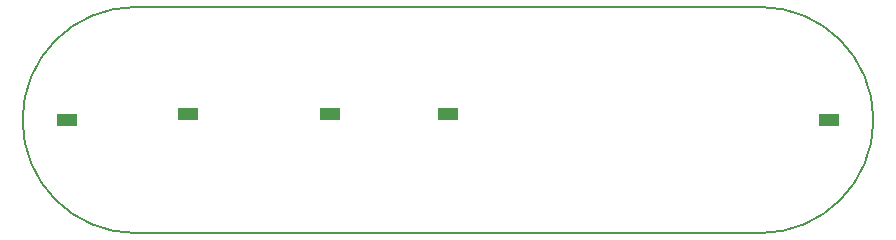
<source format=gbl>
G04*
G04 #@! TF.GenerationSoftware,Altium Limited,Altium Designer,19.0.10 (269)*
G04*
G04 Layer_Physical_Order=2*
G04 Layer_Color=16711680*
%FSLAX44Y44*%
%MOMM*%
G71*
G01*
G75*
%ADD10C,0.2000*%
%ADD14R,0.1000X0.1000*%
%ADD15R,1.8000X1.0500*%
D10*
X-264450Y95750D02*
G03*
X-264450Y-95750I0J-95750D01*
G01*
X264450D02*
G03*
X264450Y95750I0J95750D01*
G01*
X-264450Y-95750D02*
X264450D01*
X-264450Y95750D02*
X264450D01*
D14*
X240000Y-9250D02*
D03*
D15*
X0Y4850D02*
D03*
X-100000D02*
D03*
X-220000D02*
D03*
X322650Y0D02*
D03*
X-322650D02*
D03*
M02*

</source>
